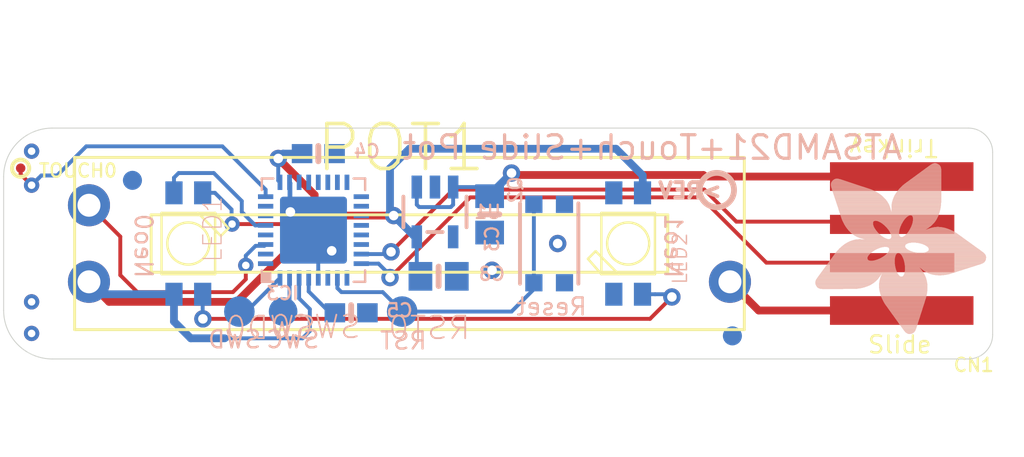
<source format=kicad_pcb>
(kicad_pcb (version 20211014) (generator pcbnew)
  (layers (0 "F.Cu" signal) (31 "B.Cu" signal) (34 "B.Paste" user) (35 "F.Paste" user) (36 "B.SilkS" user "B.Silkscreen") (37 "F.SilkS" user "F.Silkscreen") (38 "B.Mask" user) (39 "F.Mask" user) (44 "Edge.Cuts" user))
  (net 0 "")
  (net 1 "GND")
  (net 2 "D-")
  (net 3 "D+")
  (net 4 "VBUS")
  (net 5 "~{RESET}")
  (net 6 "3.3V")
  (net 7 "SWCLK")
  (net 8 "SWDIO")
  (net 9 "VDDCORE1")
  (net 10 "N$2")
  (net 11 "N$1")
  (net 12 "POT")
  (net 13 "TOUCH")
  (footprint "boardEagle:NEO3535_REVERSE" (layer "F.Cu") (at 132.3086 105.0036 -90)
    (fp_text reference "LED1" (at -2.54 -1.27 90) (layer "B.SilkS") (effects (font (size 0.957478 0.957478) (thickness 0.058522)) (justify right)))
    (fp_text value "WS2812B_SK6812E")
    (pad "1-VDD" smd rect (at 2.65 0.75 270) (size 1.2 0.9) (layers "B.Cu" "B.Paste" "B.Mask") (net 6 "3.3V"))
    (pad "2-DOUT" smd rect (at 2.65 -0.75 270) (size 1.2 0.9) (layers "B.Cu" "B.Paste" "B.Mask") (net 10 "N$2"))
    (pad "3-GND" smd rect (at -2.65 -0.75 270) (size 1.2 0.9) (layers "B.Cu" "B.Paste" "B.Mask") (net 1 "GND"))
    (pad "4-DIN" smd rect (at -2.65 0.75 270) (size 1.2 0.9) (layers "B.Cu" "B.Paste" "B.Mask") (net 11 "N$1"))
  )
  (footprint "boardEagle:TESTPOINT_ROUND_0.5MM" (layer "F.Cu") (at 123.5456 101.0666)
    (fp_text reference "TOUCH0" (at 0.889 0.127) (layer "F.SilkS") (effects (font (size 0.692831 0.692831) (thickness 0.119969)) (justify left)))
    (fp_text value "")
    (pad "P$1" smd roundrect (at 0 0) (size 0.5 0.5) (layers "F.Cu" "F.Mask") (roundrect_rratio 0.5) (net 13 "TOUCH"))
  )
  (footprint "boardEagle:NEO3535_REVERSE" (layer "F.Cu") (at 155.2956 105.0036 90)
    (fp_text reference "LED2" (at -2.1875 2.7075 90) (layer "B.SilkS") (effects (font (size 0.739648 0.739648) (thickness 0.073152)) (justify left)))
    (fp_text value "WS2812B_SK6812E" hide)
    (pad "1-VDD" smd rect (at 2.65 0.75 90) (size 1.2 0.9) (layers "B.Cu" "B.Paste" "B.Mask") (net 6 "3.3V"))
    (pad "2-DOUT" smd rect (at 2.65 -0.75 90) (size 1.2 0.9) (layers "B.Cu" "B.Paste" "B.Mask"))
    (pad "3-GND" smd rect (at -2.65 -0.75 90) (size 1.2 0.9) (layers "B.Cu" "B.Paste" "B.Mask") (net 1 "GND"))
    (pad "4-DIN" smd rect (at -2.65 0.75 90) (size 1.2 0.9) (layers "B.Cu" "B.Paste" "B.Mask") (net 10 "N$2"))
  )
  (footprint "boardEagle:SLIDE_POT_35MM" (layer "F.Cu") (at 143.8656 105.0036)
    (fp_text reference "POT1" (at -5 -5) (layer "F.SilkS") (effects (font (size 2.353056 2.353056) (thickness 0.186944)) (justify left)))
    (fp_text value "SLIDE_POT_35MM")
    (pad "1" thru_hole circle (at -16.75 2) (size 2.2 2.2) (drill 1.2) (layers *.Cu *.Mask) (net 6 "3.3V"))
    (pad "2" thru_hole circle (at -16.75 -2) (size 2.2 2.2) (drill 1.2) (layers *.Cu *.Mask) (net 12 "POT"))
    (pad "3" thru_hole circle (at 16.75 2) (size 2.2 2.2) (drill 1.2) (layers *.Cu *.Mask) (net 1 "GND"))
  )
  (footprint "boardEagle:USBA_PCB" (layer "F.Cu") (at 169.3926 105.0036 180)
    (fp_text reference "CN1" (at -5.08 -6.35) (layer "F.SilkS") (effects (font (size 0.692831 0.692831) (thickness 0.119969)) (justify right)))
    (fp_text value "USB A")
    (pad "GND" smd rect (at -0.2 -3.5 180) (size 7.5 1.5) (layers "F.Cu" "F.Mask") (net 1 "GND"))
    (pad "USB_NEG" smd rect (at 0.3 1 180) (size 6.5 1) (layers "F.Cu" "F.Mask") (net 2 "D-"))
    (pad "USB_PLUS" smd rect (at 0.3 -1 180) (size 6.5 1) (layers "F.Cu" "F.Mask") (net 3 "D+"))
    (pad "VCC" smd rect (at -0.2 3.5 180) (size 7.5 1.5) (layers "F.Cu" "F.Mask") (net 4 "VBUS"))
  )
  (footprint "boardEagle:BTN_KMR2_4.6X2.8" (layer "B.Cu") (at 151.1681 105.0036 -90)
    (fp_text reference "Q2" (at -2.032 1.778 -270) (layer "B.SilkS") (effects (font (size 0.692831 0.692831) (thickness 0.119969)) (justify right mirror)))
    (fp_text value "reset")
    (pad "A" smd rect (at 2.05 0.8 270) (size 0.9 0.9) (layers "B.Cu" "B.Paste" "B.Mask") (net 5 "~{RESET}"))
    (pad "A'" smd rect (at -2.05 0.8 270) (size 0.9 0.9) (layers "B.Cu" "B.Paste" "B.Mask") (net 5 "~{RESET}"))
    (pad "B" smd rect (at 2.05 -0.8 270) (size 0.9 0.9) (layers "B.Cu" "B.Paste" "B.Mask") (net 1 "GND"))
    (pad "B'" smd rect (at -2.05 -0.8 270) (size 0.9 0.9) (layers "B.Cu" "B.Paste" "B.Mask") (net 1 "GND"))
  )
  (footprint "boardEagle:QFN32_5MM" (layer "B.Cu") (at 138.8491 104.3051)
    (fp_text reference "IC3" (at -2.54 3.298) (layer "B.SilkS") (effects (font (size 0.692831 0.692831) (thickness 0.119969)) (justify right mirror)))
    (fp_text value "ATSAMD21E")
    (pad "1" smd rect (at -2.5 1.75 270) (size 0.25 0.8) (layers "B.Cu" "B.Paste"))
    (pad "2" smd rect (at -2.5 1.25 270) (size 0.25 0.8) (layers "B.Cu" "B.Paste"))
    (pad "3" smd rect (at -2.5 0.75 270) (size 0.25 0.8) (layers "B.Cu" "B.Paste") (net 12 "POT"))
    (pad "4" smd rect (at -2.5 0.25 270) (size 0.25 0.8) (layers "B.Cu" "B.Paste"))
    (pad "5" smd rect (at -2.5 -0.25 270) (size 0.25 0.8) (layers "B.Cu" "B.Paste") (net 11 "N$1"))
    (pad "6" smd rect (at -2.5 -0.75 270) (size 0.25 0.8) (layers "B.Cu" "B.Paste"))
    (pad "7" smd rect (at -2.5 -1.25 270) (size 0.25 0.8) (layers "B.Cu" "B.Paste"))
    (pad "8" smd rect (at -2.5 -1.75 270) (size 0.25 0.8) (layers "B.Cu" "B.Paste") (net 13 "TOUCH"))
    (pad "9" smd rect (at -1.75 -2.5 180) (size 0.25 0.8) (layers "B.Cu" "B.Paste") (net 6 "3.3V"))
    (pad "10" smd rect (at -1.25 -2.5 180) (size 0.25 0.8) (layers "B.Cu" "B.Paste") (net 1 "GND"))
    (pad "11" smd rect (at -0.75 -2.5 180) (size 0.25 0.8) (layers "B.Cu" "B.Paste"))
    (pad "12" smd rect (at -0.25 -2.5 180) (size 0.25 0.8) (layers "B.Cu" "B.Paste"))
    (pad "13" smd rect (at 0.25 -2.5 180) (size 0.25 0.8) (layers "B.Cu" "B.Paste"))
    (pad "14" smd rect (at 0.75 -2.5 180) (size 0.25 0.8) (layers "B.Cu" "B.Paste"))
    (pad "15" smd rect (at 1.25 -2.5 180) (size 0.25 0.8) (layers "B.Cu" "B.Paste"))
    (pad "16" smd rect (at 1.75 -2.5 180) (size 0.25 0.8) (layers "B.Cu" "B.Paste"))
    (pad "17" smd rect (at 2.5 -1.75 90) (size 0.25 0.8) (layers "B.Cu" "B.Paste"))
    (pad "18" smd rect (at 2.5 -1.25 90) (size 0.25 0.8) (layers "B.Cu" "B.Paste"))
    (pad "19" smd rect (at 2.5 -0.75 90) (size 0.25 0.8) (layers "B.Cu" "B.Paste"))
    (pad "20" smd rect (at 2.5 -0.25 90) (size 0.25 0.8) (layers "B.Cu" "B.Paste"))
    (pad "21" smd rect (at 2.5 0.25 90) (size 0.25 0.8) (layers "B.Cu" "B.Paste"))
    (pad "22" smd rect (at 2.5 0.75 90) (size 0.25 0.8) (layers "B.Cu" "B.Paste"))
    (pad "23" smd rect (at 2.5 1.25 90) (size 0.25 0.8) (layers "B.Cu" "B.Paste") (net 2 "D-"))
    (pad "24" smd rect (at 2.5 1.75 90) (size 0.25 0.8) (layers "B.Cu" "B.Paste") (net 3 "D+"))
    (pad "25" smd rect (at 1.75 2.5) (size 0.25 0.8) (layers "B.Cu" "B.Paste"))
    (pad "26" smd rect (at 1.25 2.5) (size 0.25 0.8) (layers "B.Cu" "B.Paste") (net 5 "~{RESET}"))
    (pad "27" smd rect (at 0.75 2.5) (size 0.25 0.8) (layers "B.Cu" "B.Paste"))
    (pad "28" smd rect (at 0.25 2.5) (size 0.25 0.8) (layers "B.Cu" "B.Paste") (net 1 "GND"))
    (pad "29" smd rect (at -0.25 2.5) (size 0.25 0.8) (layers "B.Cu" "B.Paste") (net 9 "VDDCORE1"))
    (pad "30" smd rect (at -0.75 2.5) (size 0.25 0.8) (layers "B.Cu" "B.Paste") (net 6 "3.3V"))
    (pad "31" smd rect (at -1.25 2.5) (size 0.25 0.8) (layers "B.Cu" "B.Paste") (net 7 "SWCLK"))
    (pad "32" smd rect (at -1.75 2.5) (size 0.25 0.8) (layers "B.Cu" "B.Paste") (net 8 "SWDIO"))
    (pad "33" smd roundrect (at 0 0) (size 3.5 3.5) (layers "B.Cu" "B.Mask") (roundrect_rratio 0.05) (net 1 "GND"))
  )
  (footprint "boardEagle:FIDUCIAL_1MM" (layer "B.Cu") (at 129.3876 101.7016)
    (fp_text reference "FID1" hide)
    (fp_text value "FIDUCIAL_1MM" hide)
    (pad "1" smd roundrect (at 0 0) (size 1 1) (layers "B.Cu" "B.Mask") (roundrect_rratio 0.5))
  )
  (footprint "boardEagle:0603-NO" (layer "B.Cu") (at 139.1031 100.3046)
    (fp_text reference "C4" (at 1.778 -0.127) (layer "B.SilkS") (effects (font (size 0.692831 0.692831) (thickness 0.119969)) (justify right mirror)))
    (fp_text value "1uF")
    (pad "1" smd rect (at -0.85 0) (size 1.075 1) (layers "B.Cu" "B.Paste" "B.Mask") (net 6 "3.3V"))
    (pad "2" smd rect (at 0.85 0) (size 1.075 1) (layers "B.Cu" "B.Paste" "B.Mask") (net 1 "GND"))
  )
  (footprint "boardEagle:FIDUCIAL_1MM" (layer "B.Cu") (at 160.7439 109.8296)
    (fp_text reference "FID2" hide)
    (fp_text value "FIDUCIAL_1MM" hide)
    (pad "1" smd roundrect (at 0 0) (size 1 1) (layers "B.Cu" "B.Mask") (roundrect_rratio 0.5))
  )
  (footprint "boardEagle:0805-NO" (layer "B.Cu") (at 145.3896 106.7181)
    (fp_text reference "C8" (at 2.032 -0.127) (layer "B.SilkS") (effects (font (size 0.692831 0.692831) (thickness 0.119969)) (justify right mirror)))
    (fp_text value "10uF")
    (pad "1" smd rect (at -0.95 0) (size 1.24 1.5) (layers "B.Cu" "B.Paste" "B.Mask") (net 6 "3.3V"))
    (pad "2" smd rect (at 0.95 0) (size 1.24 1.5) (layers "B.Cu" "B.Paste" "B.Mask") (net 1 "GND"))
  )
  (footprint "boardEagle:0603-NO" (layer "B.Cu") (at 140.8176 108.6231)
    (fp_text reference "C5" (at 1.778 -0.127) (layer "B.SilkS") (effects (font (size 0.692831 0.692831) (thickness 0.119969)) (justify right mirror)))
    (fp_text value "1uF")
    (pad "1" smd rect (at -0.85 0) (size 1.075 1) (layers "B.Cu" "B.Paste" "B.Mask") (net 9 "VDDCORE1"))
    (pad "2" smd rect (at 0.85 0) (size 1.075 1) (layers "B.Cu" "B.Paste" "B.Mask") (net 1 "GND"))
  )
  (footprint "boardEagle:ADAFRUIT_9MM" (layer "B.Cu") (at 165.0746 100.8126)
    (fp_text reference "U$6" hide)
    (fp_text value "" hide)
  )
  (footprint "boardEagle:0805-NO" (layer "B.Cu") (at 148.0566 103.4796 -90)
    (fp_text reference "C3" (at 2.032 -0.127 -270) (layer "B.SilkS") (effects (font (size 0.692831 0.692831) (thickness 0.119969)) (justify right mirror)))
    (fp_text value "10uF")
    (pad "1" smd rect (at -0.95 0 270) (size 1.24 1.5) (layers "B.Cu" "B.Paste" "B.Mask") (net 4 "VBUS"))
    (pad "2" smd rect (at 0.95 0 270) (size 1.24 1.5) (layers "B.Cu" "B.Paste" "B.Mask") (net 1 "GND"))
  )
  (footprint "boardEagle:PCBFEAT-REV-040" (layer "B.Cu") (at 159.9311 102.2096 180)
    (fp_text reference "U$8" hide)
    (fp_text value "" hide)
    (fp_text user ">REV" (at -0.3556 -0.508) (layer "B.SilkS") (effects (font (size 0.8128 0.8128) (thickness 0.2032)) (justify left bottom mirror)))
  )
  (footprint "boardEagle:TP16R" (layer "B.Cu") (at 134.9756 108.5596)
    (fp_text reference "SWD0" (at -0.8001 0.8499) (layer "B.SilkS") (effects (font (size 1.176528 1.176528) (thickness 0.093472)) (justify right mirror)))
    (fp_text value "TPTP16R")
    (pad "TP" smd roundrect (at 0 0) (size 1.6 1.6) (layers "B.Cu" "B.Mask") (roundrect_rratio 0.5) (net 8 "SWDIO"))
  )
  (footprint "boardEagle:SOT23-5" (layer "B.Cu") (at 145.1991 103.3526)
    (fp_text reference "U1" (at 1.978 0) (layer "B.SilkS") (effects (font (size 0.692831 0.692831) (thickness 0.119969)) (justify right mirror)))
    (fp_text value "AP2112K-3.3")
    (pad "1" smd rect (at -0.95 -1.3001) (size 0.55 1.2) (layers "B.Cu" "B.Paste" "B.Mask") (net 4 "VBUS"))
    (pad "2" smd rect (at 0 -1.3001) (size 0.55 1.2) (layers "B.Cu" "B.Paste" "B.Mask") (net 1 "GND"))
    (pad "3" smd rect (at 0.95 -1.3001) (size 0.55 1.2) (layers "B.Cu" "B.Paste" "B.Mask") (net 4 "VBUS"))
    (pad "4" smd rect (at 0.95 1.3001) (size 0.55 1.2) (layers "B.Cu" "B.Paste" "B.Mask"))
    (pad "5" smd rect (at -0.95 1.3001) (size 0.55 1.2) (layers "B.Cu" "B.Paste" "B.Mask") (net 6 "3.3V"))
  )
  (footprint "boardEagle:TP16R" (layer "B.Cu") (at 143.4846 108.5596)
    (fp_text reference "RST0" (at -0.8001 0.8499) (layer "B.SilkS") (effects (font (size 1.176528 1.176528) (thickness 0.093472)) (justify right mirror)))
    (fp_text value "TPTP16R")
    (pad "TP" smd roundrect (at 0 0) (size 1.6 1.6) (layers "B.Cu" "B.Mask") (roundrect_rratio 0.5) (net 5 "~{RESET}"))
  )
  (footprint "boardEagle:TP15R" (layer "B.Cu") (at 137.2616 108.5596)
    (fp_text reference "SWC0" (at -0.7501 0.8001) (layer "B.SilkS") (effects (font (size 1.176528 1.176528) (thickness 0.093472)) (justify right mirror)))
    (fp_text value "TPTP15R")
    (pad "TP" smd roundrect (at 0 0) (size 1.5 1.5) (layers "B.Cu" "B.Mask") (roundrect_rratio 0.5) (net 7 "SWCLK"))
  )
  (gr_arc (start 125.1966 111.0361) (mid 123.400549 110.292151) (end 122.6566 108.4961) (layer "Edge.Cuts") (width 0.05))
  (gr_line (start 125.1966 98.9711) (end 173.0756 98.9711) (layer "Edge.Cuts") (width 0.05))
  (gr_arc (start 122.6566 101.5111) (mid 123.400549 99.715049) (end 125.1966 98.9711) (layer "Edge.Cuts") (width 0.05))
  (gr_line (start 122.6566 108.4961) (end 122.6566 101.5111) (layer "Edge.Cuts") (width 0.05))
  (gr_line (start 173.0756 111.0361) (end 125.1966 111.0361) (layer "Edge.Cuts") (width 0.05))
  (gr_arc (start 173.0756 98.9711) (mid 173.973626 99.343074) (end 174.3456 100.2411) (layer "Edge.Cuts") (width 0.05))
  (gr_line (start 174.3456 100.2411) (end 174.3456 109.7661) (layer "Edge.Cuts") (width 0.05))
  (gr_arc (start 174.3456 109.7661) (mid 173.973626 110.664126) (end 173.0756 111.0361) (layer "Edge.Cuts") (width 0.05))
  (gr_text "RST" (at 143.5481 110.0836) (layer "B.SilkS") (effects (font (size 0.89408 0.89408) (thickness 0.12192)) (justify mirror)))
  (gr_text "Reset" (at 151.2951 108.3056) (layer "B.SilkS") (effects (font (size 0.89408 0.89408) (thickness 0.12192)) (justify mirror)))
  (gr_text "Neo0" (at 129.9591 105.1306 -90) (layer "B.SilkS") (effects (font (size 0.89408 0.89408) (thickness 0.12192)) (justify mirror)))
  (gr_text "ATSAMD21+Touch+Slide Pot" (at 156.5656 99.9871) (layer "B.SilkS") (effects (font (size 1.22936 1.22936) (thickness 0.16764)) (justify mirror)))
  (gr_text "SWD" (at 134.7216 110.0201) (layer "B.SilkS") (effects (font (size 0.89408 0.89408) (thickness 0.12192)) (justify mirror)))
  (gr_text "SWC" (at 137.7696 110.0201) (layer "B.SilkS") (effects (font (size 0.89408 0.89408) (thickness 0.12192)) (justify mirror)))
  (gr_text "Neo1" (at 157.6451 105.1306 -90) (layer "B.SilkS") (effects (font (size 0.89408 0.89408) (thickness 0.12192)) (justify mirror)))
  (gr_text "Trinkey" (at 171.5516 99.4791 180) (layer "F.SilkS") (effects (font (size 0.89408 0.89408) (thickness 0.12192)) (justify left bottom)))
  (gr_text "Slide" (at 171.2341 109.7661) (layer "F.SilkS") (effects (font (size 0.89408 0.89408) (thickness 0.12192)) (justify right top)))
  (segment (start 137.7696 103.9876) (end 137.7696 103.4796) (width 0.2032) (layer "F.Cu") (net 1))
  (segment (start 137.7696 103.4796) (end 137.6426 103.3526) (width 0.2032) (layer "F.Cu") (net 1))
  (segment (start 162.1156 108.5036) (end 160.6156 107.0036) (width 0.4064) (layer "F.Cu") (net 1))
  (segment (start 169.5926 108.5036) (end 162.1156 108.5036) (width 0.4064) (layer "F.Cu") (net 1))
  (segment (start 134.5946 103.9876) (end 137.7696 103.9876) (width 0.2032) (layer "F.Cu") (net 1))
  (via (at 137.6426 103.3526) (size 0.9064) (drill 0.5) (layers "F.Cu" "B.Cu") (net 1))
  (via (at 134.5946 103.9876) (size 0.8001) (drill 0.3937) (layers "F.Cu" "B.Cu") (net 1))
  (via (at 139.8016 105.3846) (size 0.9064) (drill 0.5) (layers "F.Cu" "B.Cu") (net 1))
  (via (at 148.1836 106.4006) (size 0.9064) (drill 0.5) (layers "F.Cu" "B.Cu") (net 1))
  (via (at 151.6126 105.0036) (size 0.9064) (drill 0.5) (layers "F.Cu" "B.Cu") (net 1))
  (segment (start 134.5692 103.9876) (end 134.5946 103.9876) (width 0.2032) (layer "B.Cu") (net 1))
  (segment (start 137.5991 101.8051) (end 137.6426 101.8486) (width 0.2032) (layer "B.Cu") (net 1))
  (segment (start 138.8491 105.33705) (end 139.0991 105.58705) (width 0.2032) (layer "B.Cu") (net 1))
  (segment (start 138.8491 104.3686) (end 138.8491 105.33705) (width 0.2032) (layer "B.Cu") (net 1))
  (segment (start 139.0991 106.8051) (end 139.0991 105.58705) (width 0.2032) (layer "B.Cu") (net 1))
  (segment (start 138.8491 104.3051) (end 138.8491 104.3686) (width 0.4064) (layer "B.Cu") (net 1))
  (segment (start 137.6426 101.8486) (end 137.6426 103.3526) (width 0.2032) (layer "B.Cu") (net 1))
  (segment (start 139.8016 105.2576) (end 139.8016 105.3846) (width 0.4064) (layer "B.Cu") (net 1))
  (segment (start 137.5991 101.8051) (end 137.5991 103.0551) (width 0.2032) (layer "B.Cu") (net 1))
  (segment (start 134.5692 103.2256) (end 134.5692 103.9876) (width 0.2032) (layer "B.Cu") (net 1))
  (segment (start 137.8966 103.3526) (end 137.5991 103.0551) (width 0.2032) (layer "B.Cu") (net 1))
  (segment (start 133.6972 102.3536) (end 134.5692 103.2256) (width 0.2032) (layer "B.Cu") (net 1))
  (segment (start 137.8966 103.3526) (end 138.8491 104.3051) (width 0.4064) (layer "B.Cu") (net 1))
  (segment (start 138.8491 104.3051) (end 139.8016 105.2576) (width 0.4064) (layer "B.Cu") (net 1))
  (segment (start 133.0586 102.3536) (end 133.6972 102.3536) (width 0.2032) (layer "B.Cu") (net 1))
  (segment (start 160.950337 103.8606) (end 159.273937 102.1842) (width 0.2032) (layer "F.Cu") (net 2))
  (segment (start 146.156381 102.1842) (end 142.90279 105.43779) (width 0.2032) (layer "F.Cu") (net 2))
  (segment (start 159.273937 102.1842) (end 146.156381 102.1842) (width 0.2032) (layer "F.Cu") (net 2))
  (segment (start 168.9496 103.8606) (end 160.950337 103.8606) (width 0.2032) (layer "F.Cu") (net 2))
  (segment (start 169.0926 104.0036) (end 168.9496 103.8606) (width 0.2032) (layer "F.Cu") (net 2))
  (via (at 142.90279 105.43779) (size 0.9064) (drill 0.5) (layers "F.Cu" "B.Cu") (net 2))
  (segment (start 142.90279 105.43779) (end 142.785481 105.5551) (width 0.2032) (layer "B.Cu") (net 2))
  (segment (start 142.785481 105.5551) (end 141.3491 105.5551) (width 0.2032) (layer "B.Cu") (net 2))
  (segment (start 169.0926 106.0036) (end 162.5186 106.0036) (width 0.2032) (layer "F.Cu") (net 3))
  (segment (start 159.1056 102.5906) (end 147.0406 102.5906) (width 0.2032) (layer "F.Cu") (net 3))
  (segment (start 162.5186 106.0036) (end 159.1056 102.5906) (width 0.2032) (layer "F.Cu") (net 3))
  (segment (start 147.0406 102.5906) (end 142.8496 106.7816) (width 0.2032) (layer "F.Cu") (net 3))
  (via (at 142.8496 106.7816) (size 0.9064) (drill 0.5) (layers "F.Cu" "B.Cu") (net 3))
  (segment (start 142.8496 106.7816) (end 142.8496 106.6546) (width 0.2032) (layer "B.Cu") (net 3))
  (segment (start 142.2501 106.0551) (end 141.3491 106.0551) (width 0.2032) (layer "B.Cu") (net 3))
  (segment (start 142.2501 106.0551) (end 142.8496 106.6546) (width 0.2032) (layer "B.Cu") (net 3))
  (segment (start 159.311762 101.5036) (end 159.230362 101.4222) (width 0.4064) (layer "F.Cu") (net 4))
  (segment (start 169.5926 101.5036) (end 159.311762 101.5036) (width 0.4064) (layer "F.Cu") (net 4))
  (segment (start 149.3012 101.4222) (end 149.1996 101.3206) (width 0.4064) (layer "F.Cu") (net 4))
  (segment (start 159.230362 101.4222) (end 149.3012 101.4222) (width 0.4064) (layer "F.Cu") (net 4))
  (via (at 149.1996 101.3206) (size 0.9064) (drill 0.5) (layers "F.Cu" "B.Cu") (net 4))
  (segment (start 147.5795 102.0525) (end 146.1491 102.0525) (width 0.2032) (layer "B.Cu") (net 4))
  (segment (start 146.0246 103.0986) (end 144.3736 103.0986) (width 0.2032) (layer "B.Cu") (net 4))
  (segment (start 144.2491 102.9741) (end 144.2491 102.0525) (width 0.2032) (layer "B.Cu") (net 4))
  (segment (start 146.1491 102.9741) (end 146.0246 103.0986) (width 0.2032) (layer "B.Cu") (net 4))
  (segment (start 146.1491 102.0525) (end 146.1491 102.9741) (width 0.2032) (layer "B.Cu") (net 4))
  (segment (start 148.0566 102.5296) (end 148.0566 102.4636) (width 0.4064) (layer "B.Cu") (net 4))
  (segment (start 148.0566 102.4636) (end 149.1996 101.3206) (width 0.4064) (layer "B.Cu") (net 4))
  (segment (start 148.0566 102.5296) (end 147.5795 102.0525) (width 0.2032) (layer "B.Cu") (net 4))
  (segment (start 144.3736 103.0986) (end 144.2491 102.9741) (width 0.2032) (layer "B.Cu") (net 4))
  (segment (start 149.1996 108.5596) (end 143.4846 108.5596) (width 0.2032) (layer "B.Cu") (net 5))
  (segment (start 150.3681 107.0536) (end 150.3681 102.9536) (width 0.2032) (layer "B.Cu") (net 5))
  (segment (start 140.3096 107.5436) (end 142.4686 107.5436) (width 0.2032) (layer "B.Cu") (net 5))
  (segment (start 140.0991 107.3331) (end 140.3096 107.5436) (width 0.2032) (layer "B.Cu") (net 5))
  (segment (start 150.3681 107.3911) (end 149.1996 108.5596) (width 0.2032) (layer "B.Cu") (net 5))
  (segment (start 142.4686 107.5436) (end 143.4846 108.5596) (width 0.2032) (layer "B.Cu") (net 5))
  (segment (start 150.3681 107.0536) (end 150.3681 107.3911) (width 0.2032) (layer "B.Cu") (net 5))
  (segment (start 140.0991 106.8051) (end 140.0991 107.3331) (width 0.2032) (layer "B.Cu") (net 5))
  (segment (start 138.9126 103.9876) (end 138.9126 103.5431) (width 0.4064) (layer "F.Cu") (net 6))
  (segment (start 138.9126 103.5431) (end 138.9126 102.4636) (width 0.4064) (layer "F.Cu") (net 6))
  (segment (start 138.9126 102.4636) (end 137.0076 100.5586) (width 0.4064) (layer "F.Cu") (net 6))
  (segment (start 128.1636 108.0516) (end 134.8486 108.0516) (width 0.4064) (layer "F.Cu") (net 6))
  (segment (start 143.0401 103.5431) (end 138.9126 103.5431) (width 0.4064) (layer "F.Cu") (net 6))
  (segment (start 134.8486 108.0516) (end 138.9126 103.9876) (width 0.4064) (layer "F.Cu") (net 6))
  (segment (start 128.1636 108.0516) (end 127.1156 107.0036) (width 0.4064) (layer "F.Cu") (net 6))
  (via (at 137.0076 100.5586) (size 0.9064) (drill 0.5) (layers "F.Cu" "B.Cu") (net 6))
  (via (at 143.0401 103.5431) (size 0.9064) (drill 0.5) (layers "F.Cu" "B.Cu") (net 6))
  (segment (start 138.6586 108.4326) (end 138.6586 109.5756) (width 0.2032) (layer "B.Cu") (net 6))
  (segment (start 144.4396 106.7181) (end 144.2491 106.5276) (width 0.2032) (layer "B.Cu") (net 6))
  (segment (start 144.2491 106.5276) (end 144.2491 104.6527) (width 0.2032) (layer "B.Cu") (net 6))
  (segment (start 144.1497 104.6527) (end 144.2491 104.6527) (width 0.4064) (layer "B.Cu") (net 6))
  (segment (start 143.8656 100.0506) (end 154.6606 100.0506) (width 0.4064) (layer "B.Cu") (net 6))
  (segment (start 137.0076 100.5586) (end 137.2616 100.3046) (width 0.4064) (layer "B.Cu") (net 6))
  (segment (start 131.5586 107.6536) (end 131.5586 109.0796) (width 0.4064) (layer "B.Cu") (net 6))
  (segment (start 137.0076 100.5586) (end 137.0076 101.7136) (width 0.2032) (layer "B.Cu") (net 6))
  (segment (start 142.8496 103.3526) (end 143.0401 103.5431) (width 0.4064) (layer "B.Cu") (net 6))
  (segment (start 156.0576 102.3416) (end 156.0456 102.3536) (width 0.4064) (layer "B.Cu") (net 6))
  (segment (start 137.2616 100.3046) (end 138.2531 100.3046) (width 0.4064) (layer "B.Cu") (net 6))
  (segment (start 134.2136 109.9566) (end 138.2776 109.9566) (width 0.2032) (layer "B.Cu") (net 6))
  (segment (start 138.0991 106.8051) (end 138.0991 107.8731) (width 0.2032) (layer "B.Cu") (net 6))
  (segment (start 131.5586 107.6536) (end 127.7656 107.6536) (width 0.4064) (layer "B.Cu") (net 6))
  (segment (start 137.0076 101.7136) (end 137.0991 101.8051) (width 0.2032) (layer "B.Cu") (net 6))
  (segment (start 127.7656 107.6536) (end 127.1156 107.0036) (width 0.4064) (layer "B.Cu") (net 6))
  (segment (start 156.0576 101.4476) (end 156.0576 102.3416) (width 0.4064) (layer "B.Cu") (net 6))
  (segment (start 132.4356 109.9566) (end 134.2136 109.9566) (width 0.4064) (layer "B.Cu") (net 6))
  (segment (start 154.6606 100.0506) (end 156.0576 101.4476) (width 0.4064) (layer "B.Cu") (net 6))
  (segment (start 142.8496 101.0666) (end 142.8496 103.3526) (width 0.4064) (layer "B.Cu") (net 6))
  (segment (start 138.6586 109.5756) (end 138.2776 109.9566) (width 0.2032) (layer "B.Cu") (net 6))
  (segment (start 138.0991 107.8731) (end 138.6586 108.4326) (width 0.2032) (layer "B.Cu") (net 6))
  (segment (start 143.0401 103.5431) (end 144.1497 104.6527) (width 0.4064) (layer "B.Cu") (net 6))
  (segment (start 142.8496 101.0666) (end 143.8656 100.0506) (width 0.4064) (layer "B.Cu") (net 6))
  (segment (start 131.5586 109.0796) (end 132.4356 109.9566) (width 0.4064) (layer "B.Cu") (net 6))
  (segment (start 137.5991 106.8051) (end 137.5991 108.2221) (width 0.2032) (layer "B.Cu") (net 7))
  (segment (start 137.5991 108.2221) (end 137.2616 108.5596) (width 0.2032) (layer "B.Cu") (net 7))
  (segment (start 135.3446 108.5596) (end 134.9756 108.5596) (width 0.2032) (layer "B.Cu") (net 8))
  (segment (start 137.0991 106.8051) (end 135.3446 108.5596) (width 0.2032) (layer "B.Cu") (net 8))
  (segment (start 138.5991 106.8051) (end 138.5991 107.5086) (width 0.2032) (layer "B.Cu") (net 9))
  (segment (start 139.7136 108.6231) (end 139.9676 108.6231) (width 0.2032) (layer "B.Cu") (net 9))
  (segment (start 138.5991 107.5086) (end 139.7136 108.6231) (width 0.2032) (layer "B.Cu") (net 9))
  (segment (start 133.0706 108.9406) (end 156.4386 108.9406) (width 0.2032) (layer "F.Cu") (net 10))
  (segment (start 156.4386 108.9406) (end 157.5816 107.7976) (width 0.2032) (layer "F.Cu") (net 10))
  (via (at 157.5816 107.7976) (size 0.9064) (drill 0.5) (layers "F.Cu" "B.Cu") (net 10))
  (via (at 133.0706 108.9406) (size 0.9064) (drill 0.5) (layers "F.Cu" "B.Cu") (net 10))
  (segment (start 156.7046 107.6536) (end 156.0456 107.6536) (width 0.2032) (layer "B.Cu") (net 10))
  (segment (start 133.0706 108.9406) (end 133.0586 108.9286) (width 0.2032) (layer "B.Cu") (net 10))
  (segment (start 157.437596 107.653596) (end 156.7046 107.6536) (width 0.2032) (layer "B.Cu") (net 10))
  (segment (start 133.0586 108.9286) (end 133.0586 107.6536) (width 0.2032) (layer "B.Cu") (net 10))
  (segment (start 157.5816 107.7976) (end 157.437596 107.653596) (width 0.2032) (layer "B.Cu") (net 10))
  (segment (start 135.1026 102.784338) (end 133.638862 101.3206) (width 0.2032) (layer "B.Cu") (net 11))
  (segment (start 135.1026 103.3526) (end 135.1026 102.784338) (width 0.2032) (layer "B.Cu") (net 11))
  (segment (start 131.8006 101.3206) (end 131.5586 101.5626) (width 0.2032) (layer "B.Cu") (net 11))
  (segment (start 131.5586 101.5626) (end 131.5586 102.3536) (width 0.2032) (layer "B.Cu") (net 11))
  (segment (start 133.638862 101.3206) (end 131.8006 101.3206) (width 0.2032) (layer "B.Cu") (net 11))
  (segment (start 135.8051 104.0551) (end 135.1026 103.3526) (width 0.2032) (layer "B.Cu") (net 11))
  (segment (start 136.3491 104.0551) (end 135.8051 104.0551) (width 0.2032) (layer "B.Cu") (net 11))
  (segment (start 135.31215 106.869625) (end 134.638175 107.5436) (width 0.2032) (layer "F.Cu") (net 12))
  (segment (start 134.638175 107.5436) (end 129.6416 107.5436) (width 0.2032) (layer "F.Cu") (net 12))
  (segment (start 128.7526 106.6546) (end 128.7526 104.6406) (width 0.2032) (layer "F.Cu") (net 12))
  (segment (start 135.31215 106.1466) (end 135.31215 106.869625) (width 0.2032) (layer "F.Cu") (net 12))
  (segment (start 129.6416 107.5436) (end 128.7526 106.6546) (width 0.2032) (layer "F.Cu") (net 12))
  (segment (start 128.7526 104.6406) (end 127.1156 103.0036) (width 0.2032) (layer "F.Cu") (net 12))
  (via (at 135.31215 106.1466) (size 0.8001) (drill 0.3937) (layers "F.Cu" "B.Cu") (net 12))
  (segment (start 135.31215 105.636) (end 135.31215 106.1466) (width 0.2032) (layer "B.Cu") (net 12))
  (segment (start 136.3491 105.0551) (end 136.2789 105.1253) (width 0.2032) (layer "B.Cu") (net 12))
  (segment (start 136.2789 105.1253) (end 135.82285 105.1253) (width 0.2032) (layer "B.Cu") (net 12))
  (segment (start 135.82285 105.1253) (end 135.31215 105.636) (width 0.2032) (layer "B.Cu") (net 12))
  (segment (start 124.1171 101.9556) (end 123.5456 101.3841) (width 0.2032) (layer "F.Cu") (net 13))
  (segment (start 123.5456 101.3841) (end 123.5456 101.0666) (width 0.2032) (layer "F.Cu") (net 13))
  (via (at 124.1171 109.7026) (size 0.8001) (drill 0.3937) (layers "F.Cu" "B.Cu") (net 13))
  (via (at 124.1171 108.0516) (size 0.8001) (drill 0.3937) (layers "F.Cu" "B.Cu") (net 13))
  (via (at 124.1171 100.1776) (size 0.8001) (drill 0.3937) (layers "F.Cu" "B.Cu") (net 13))
  (via (at 124.1171 101.9556) (size 0.8001) (drill 0.3937) (layers "F.Cu" "B.Cu") (net 13))
  (segment (start 124.6251 101.4476) (end 124.1171 101.9556) (width 0.2032) (layer "B.Cu") (net 13))
  (segment (start 136.3491 102.5551) (end 136.3491 102.1861) (width 0.2032) (layer "B.Cu") (net 13))
  (segment (start 134.0866 99.9236) (end 126.9746 99.9236) (width 0.2032) (layer "B.Cu") (net 13))
  (segment (start 125.4506 101.4476) (end 124.6251 101.4476) (width 0.2032) (layer "B.Cu") (net 13))
  (segment (start 124.4981 101.5746) (end 124.1171 101.9556) (width 0.2032) (layer "B.Cu") (net 13))
  (segment (start 126.9746 99.9236) (end 125.4506 101.4476) (width 0.2032) (layer "B.Cu") (net 13))
  (segment (start 134.0866 99.9236) (end 136.3491 102.1861) (width 0.2032) (layer "B.Cu") (net 13))
)
</source>
